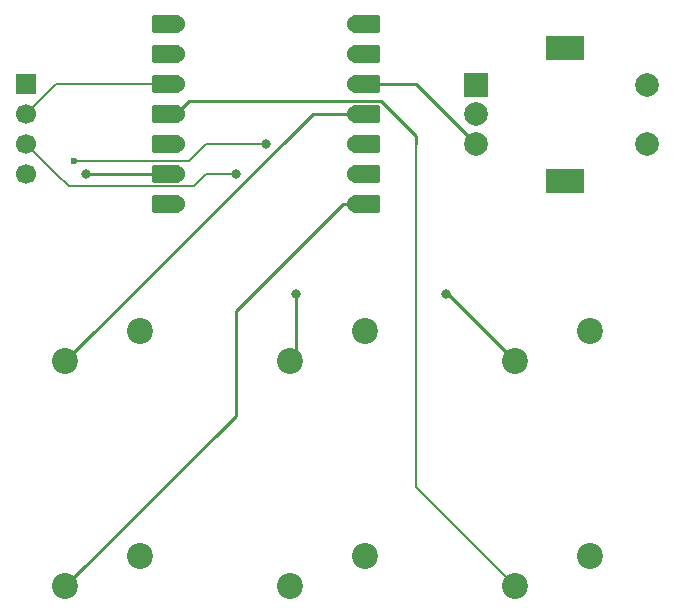
<source format=gbl>
%TF.GenerationSoftware,KiCad,Pcbnew,9.0.6*%
%TF.CreationDate,2025-12-10T10:35:02-08:00*%
%TF.ProjectId,hackpad,6861636b-7061-4642-9e6b-696361645f70,rev?*%
%TF.SameCoordinates,Original*%
%TF.FileFunction,Copper,L2,Bot*%
%TF.FilePolarity,Positive*%
%FSLAX46Y46*%
G04 Gerber Fmt 4.6, Leading zero omitted, Abs format (unit mm)*
G04 Created by KiCad (PCBNEW 9.0.6) date 2025-12-10 10:35:02*
%MOMM*%
%LPD*%
G01*
G04 APERTURE LIST*
G04 Aperture macros list*
%AMRoundRect*
0 Rectangle with rounded corners*
0 $1 Rounding radius*
0 $2 $3 $4 $5 $6 $7 $8 $9 X,Y pos of 4 corners*
0 Add a 4 corners polygon primitive as box body*
4,1,4,$2,$3,$4,$5,$6,$7,$8,$9,$2,$3,0*
0 Add four circle primitives for the rounded corners*
1,1,$1+$1,$2,$3*
1,1,$1+$1,$4,$5*
1,1,$1+$1,$6,$7*
1,1,$1+$1,$8,$9*
0 Add four rect primitives between the rounded corners*
20,1,$1+$1,$2,$3,$4,$5,0*
20,1,$1+$1,$4,$5,$6,$7,0*
20,1,$1+$1,$6,$7,$8,$9,0*
20,1,$1+$1,$8,$9,$2,$3,0*%
G04 Aperture macros list end*
%TA.AperFunction,ComponentPad*%
%ADD10C,2.200000*%
%TD*%
%TA.AperFunction,ComponentPad*%
%ADD11R,1.700000X1.700000*%
%TD*%
%TA.AperFunction,ComponentPad*%
%ADD12C,1.700000*%
%TD*%
%TA.AperFunction,ComponentPad*%
%ADD13R,2.000000X2.000000*%
%TD*%
%TA.AperFunction,ComponentPad*%
%ADD14C,2.000000*%
%TD*%
%TA.AperFunction,ComponentPad*%
%ADD15R,3.200000X2.000000*%
%TD*%
%TA.AperFunction,SMDPad,CuDef*%
%ADD16RoundRect,0.152400X-1.063600X-0.609600X1.063600X-0.609600X1.063600X0.609600X-1.063600X0.609600X0*%
%TD*%
%TA.AperFunction,ComponentPad*%
%ADD17C,1.524000*%
%TD*%
%TA.AperFunction,SMDPad,CuDef*%
%ADD18RoundRect,0.152400X1.063600X0.609600X-1.063600X0.609600X-1.063600X-0.609600X1.063600X-0.609600X0*%
%TD*%
%TA.AperFunction,ViaPad*%
%ADD19C,0.800000*%
%TD*%
%TA.AperFunction,ViaPad*%
%ADD20C,0.600000*%
%TD*%
%TA.AperFunction,Conductor*%
%ADD21C,0.250000*%
%TD*%
%TA.AperFunction,Conductor*%
%ADD22C,0.200000*%
%TD*%
G04 APERTURE END LIST*
D10*
%TO.P,SW2,1,1*%
%TO.N,Net-(J1-Pin_1)*%
X85883750Y-156845000D03*
%TO.P,SW2,2,2*%
%TO.N,Net-(U1-GPIO0{slash}TX)*%
X79533750Y-159385000D03*
%TD*%
%TO.P,SW6,1,1*%
%TO.N,Net-(J1-Pin_1)*%
X123983750Y-156845000D03*
%TO.P,SW6,2,2*%
%TO.N,Net-(U1-GPIO3{slash}MOSI)*%
X117633750Y-159385000D03*
%TD*%
D11*
%TO.P,J1,1,Pin_1*%
%TO.N,Net-(J1-Pin_1)*%
X76200000Y-116840000D03*
D12*
%TO.P,J1,2,Pin_2*%
%TO.N,Net-(J1-Pin_2)*%
X76200000Y-119380000D03*
%TO.P,J1,3,Pin_3*%
%TO.N,Net-(J1-Pin_3)*%
X76200000Y-121920000D03*
%TO.P,J1,4,Pin_4*%
%TO.N,Net-(J1-Pin_4)*%
X76200000Y-124460000D03*
%TD*%
D10*
%TO.P,SW3,1,1*%
%TO.N,Net-(J1-Pin_1)*%
X104933750Y-137795000D03*
%TO.P,SW3,2,2*%
%TO.N,Net-(U1-GPIO1{slash}RX)*%
X98583750Y-140335000D03*
%TD*%
%TO.P,SW4,1,1*%
%TO.N,Net-(J1-Pin_1)*%
X104933750Y-156845000D03*
%TO.P,SW4,2,2*%
%TO.N,Net-(U1-GPIO2{slash}SCK)*%
X98583750Y-159385000D03*
%TD*%
%TO.P,SW5,1,1*%
%TO.N,Net-(J1-Pin_1)*%
X123983750Y-137795000D03*
%TO.P,SW5,2,2*%
%TO.N,Net-(U1-GPIO4{slash}MISO)*%
X117633750Y-140335000D03*
%TD*%
D13*
%TO.P,SW7,A,A*%
%TO.N,Net-(U1-GPIO26{slash}ADC0{slash}A0)*%
X114300000Y-116920000D03*
D14*
%TO.P,SW7,B,B*%
%TO.N,Net-(U1-GPIO28{slash}ADC2{slash}A2)*%
X114300000Y-121920000D03*
%TO.P,SW7,C,C*%
%TO.N,Net-(J1-Pin_1)*%
X114300000Y-119420000D03*
D15*
%TO.P,SW7,MP*%
%TO.N,N/C*%
X121800000Y-113820000D03*
X121800000Y-125020000D03*
D14*
%TO.P,SW7,S1,S1*%
%TO.N,Net-(U1-GPIO27{slash}ADC1{slash}A1)*%
X128800000Y-121920000D03*
%TO.P,SW7,S2,S2*%
%TO.N,Net-(J1-Pin_1)*%
X128800000Y-116920000D03*
%TD*%
D10*
%TO.P,SW1,1,1*%
%TO.N,Net-(J1-Pin_1)*%
X85883750Y-137795000D03*
%TO.P,SW1,2,2*%
%TO.N,Net-(U1-GPIO29{slash}ADC3{slash}A3)*%
X79533750Y-140335000D03*
%TD*%
D16*
%TO.P,U1,1,GPIO26/ADC0/A0*%
%TO.N,Net-(U1-GPIO26{slash}ADC0{slash}A0)*%
X104975000Y-111760000D03*
D17*
X104140000Y-111760000D03*
D16*
%TO.P,U1,2,GPIO27/ADC1/A1*%
%TO.N,Net-(U1-GPIO27{slash}ADC1{slash}A1)*%
X104975000Y-114300000D03*
D17*
X104140000Y-114300000D03*
D16*
%TO.P,U1,3,GPIO28/ADC2/A2*%
%TO.N,Net-(U1-GPIO28{slash}ADC2{slash}A2)*%
X104975000Y-116840000D03*
D17*
X104140000Y-116840000D03*
D16*
%TO.P,U1,4,GPIO29/ADC3/A3*%
%TO.N,Net-(U1-GPIO29{slash}ADC3{slash}A3)*%
X104975000Y-119380000D03*
D17*
X104140000Y-119380000D03*
D16*
%TO.P,U1,5,GPIO6/SDA*%
%TO.N,Net-(J1-Pin_4)*%
X104975000Y-121920000D03*
D17*
X104140000Y-121920000D03*
D16*
%TO.P,U1,6,GPIO7/SCL*%
%TO.N,Net-(J1-Pin_3)*%
X104975000Y-124460000D03*
D17*
X104140000Y-124460000D03*
D16*
%TO.P,U1,7,GPIO0/TX*%
%TO.N,Net-(U1-GPIO0{slash}TX)*%
X104975000Y-127000000D03*
D17*
X104140000Y-127000000D03*
%TO.P,U1,8,GPIO1/RX*%
%TO.N,Net-(U1-GPIO1{slash}RX)*%
X88900000Y-127000000D03*
D18*
X88065000Y-127000000D03*
D17*
%TO.P,U1,9,GPIO2/SCK*%
%TO.N,Net-(U1-GPIO2{slash}SCK)*%
X88900000Y-124460000D03*
D18*
X88065000Y-124460000D03*
D17*
%TO.P,U1,10,GPIO4/MISO*%
%TO.N,Net-(U1-GPIO4{slash}MISO)*%
X88900000Y-121920000D03*
D18*
X88065000Y-121920000D03*
D17*
%TO.P,U1,11,GPIO3/MOSI*%
%TO.N,Net-(U1-GPIO3{slash}MOSI)*%
X88900000Y-119380000D03*
D18*
X88065000Y-119380000D03*
D17*
%TO.P,U1,12,3V3*%
%TO.N,Net-(J1-Pin_2)*%
X88900000Y-116840000D03*
D18*
X88065000Y-116840000D03*
D17*
%TO.P,U1,13,GND*%
%TO.N,Net-(J1-Pin_1)*%
X88900000Y-114300000D03*
D18*
X88065000Y-114300000D03*
D17*
%TO.P,U1,14,VBUS*%
%TO.N,+5V*%
X88900000Y-111760000D03*
D18*
X88065000Y-111760000D03*
%TD*%
D19*
%TO.N,Net-(U1-GPIO1{slash}RX)*%
X99060000Y-134620000D03*
%TO.N,Net-(U1-GPIO2{slash}SCK)*%
X81280000Y-124460000D03*
%TO.N,Net-(U1-GPIO4{slash}MISO)*%
X111760000Y-134620000D03*
%TO.N,Net-(J1-Pin_4)*%
X96520000Y-121920000D03*
D20*
X80217000Y-123397000D03*
D19*
%TO.N,Net-(J1-Pin_3)*%
X93980000Y-124460000D03*
%TD*%
D21*
%TO.N,Net-(U1-GPIO0{slash}TX)*%
X93980000Y-144938750D02*
X93980000Y-136082370D01*
X93980000Y-136082370D02*
X103062370Y-127000000D01*
X79533750Y-159385000D02*
X93980000Y-144938750D01*
X103062370Y-127000000D02*
X104140000Y-127000000D01*
%TO.N,Net-(U1-GPIO1{slash}RX)*%
X98583750Y-140335000D02*
X99060000Y-139858750D01*
X99060000Y-139858750D02*
X99060000Y-134620000D01*
%TO.N,Net-(U1-GPIO2{slash}SCK)*%
X88900000Y-124460000D02*
X81280000Y-124460000D01*
%TO.N,Net-(U1-GPIO4{slash}MISO)*%
X111918750Y-134620000D02*
X117633750Y-140335000D01*
X111760000Y-134620000D02*
X111918750Y-134620000D01*
%TO.N,Net-(U1-GPIO3{slash}MOSI)*%
X89988000Y-118292000D02*
X106240982Y-118292000D01*
D22*
X109220000Y-150971250D02*
X117633750Y-159385000D01*
D21*
X106240982Y-118292000D02*
X109220000Y-121271018D01*
X88900000Y-119380000D02*
X89988000Y-118292000D01*
X109220000Y-121271018D02*
X109220000Y-121920000D01*
D22*
X109220000Y-121920000D02*
X109220000Y-150971250D01*
D21*
%TO.N,Net-(U1-GPIO28{slash}ADC2{slash}A2)*%
X109220000Y-116840000D02*
X104975000Y-116840000D01*
X114300000Y-121920000D02*
X109220000Y-116840000D01*
%TO.N,Net-(U1-GPIO29{slash}ADC3{slash}A3)*%
X100488750Y-119380000D02*
X104140000Y-119380000D01*
X79533750Y-140335000D02*
X100488750Y-119380000D01*
D22*
%TO.N,Net-(J1-Pin_4)*%
X91440000Y-121920000D02*
X96520000Y-121920000D01*
X80217000Y-123397000D02*
X89963000Y-123397000D01*
X89963000Y-123397000D02*
X91440000Y-121920000D01*
%TO.N,Net-(J1-Pin_3)*%
X79803000Y-125523000D02*
X90377000Y-125523000D01*
X78740000Y-124460000D02*
X79803000Y-125523000D01*
X90377000Y-125523000D02*
X91440000Y-124460000D01*
X91440000Y-124460000D02*
X93980000Y-124460000D01*
X76200000Y-121920000D02*
X78740000Y-124460000D01*
%TO.N,Net-(J1-Pin_2)*%
X78740000Y-116840000D02*
X88900000Y-116840000D01*
X76200000Y-119380000D02*
X78740000Y-116840000D01*
%TD*%
M02*

</source>
